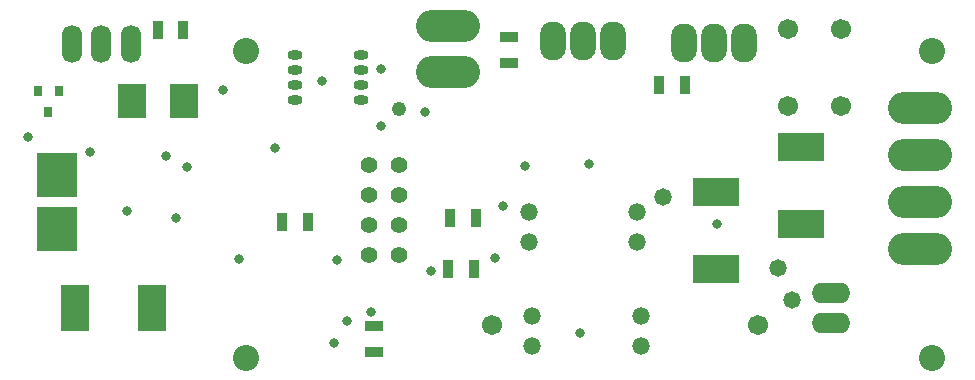
<source format=gbs>
G04*
G04 #@! TF.GenerationSoftware,Altium Limited,Altium Designer,21.6.1 (37)*
G04*
G04 Layer_Color=16711935*
%FSLAX23Y23*%
%MOIN*%
G70*
G04*
G04 #@! TF.SameCoordinates,C1C5D9C5-2355-4A3C-9FD6-11C0A888820F*
G04*
G04*
G04 #@! TF.FilePolarity,Negative*
G04*
G01*
G75*
%ADD30R,0.059X0.036*%
%ADD32R,0.097X0.157*%
%ADD36R,0.036X0.059*%
%ADD42C,0.055*%
%ADD43C,0.087*%
%ADD44C,0.067*%
%ADD45O,0.213X0.108*%
%ADD46O,0.068X0.126*%
%ADD47O,0.128X0.068*%
%ADD48O,0.087X0.130*%
%ADD49C,0.032*%
%ADD69R,0.134X0.148*%
%ADD70R,0.157X0.097*%
%ADD71R,0.093X0.116*%
%ADD72O,0.051X0.031*%
%ADD73O,0.059X0.057*%
%ADD74R,0.028X0.032*%
%ADD75C,0.058*%
%ADD76C,0.048*%
D30*
X1291Y256D02*
D03*
Y169D02*
D03*
X1740Y1134D02*
D03*
Y1220D02*
D03*
D32*
X551Y315D02*
D03*
X295D02*
D03*
D36*
X1071Y602D02*
D03*
X984D02*
D03*
X1539Y445D02*
D03*
X1626D02*
D03*
X2327Y1059D02*
D03*
X2240D02*
D03*
X570Y1242D02*
D03*
X656D02*
D03*
X1630Y618D02*
D03*
X1543D02*
D03*
D42*
X1273Y492D02*
D03*
Y592D02*
D03*
Y692D02*
D03*
Y792D02*
D03*
X1373Y492D02*
D03*
Y592D02*
D03*
Y692D02*
D03*
Y792D02*
D03*
D43*
X3150Y1173D02*
D03*
Y150D02*
D03*
X866Y1173D02*
D03*
Y150D02*
D03*
D44*
X1684Y260D02*
D03*
X2570D02*
D03*
X2670Y989D02*
D03*
Y1245D02*
D03*
X2847Y989D02*
D03*
Y1245D02*
D03*
D45*
X1537Y1102D02*
D03*
Y1258D02*
D03*
X3110Y670D02*
D03*
Y514D02*
D03*
Y826D02*
D03*
Y982D02*
D03*
D46*
X382Y1197D02*
D03*
X283D02*
D03*
X480D02*
D03*
D47*
X2813Y267D02*
D03*
Y367D02*
D03*
D48*
X2525Y1201D02*
D03*
X2325D02*
D03*
X2425D02*
D03*
X2088Y1205D02*
D03*
X1888D02*
D03*
X1988D02*
D03*
D49*
X467Y640D02*
D03*
X2007Y795D02*
D03*
X1168Y477D02*
D03*
X1480Y441D02*
D03*
X1316Y924D02*
D03*
X1793Y790D02*
D03*
X789Y1042D02*
D03*
X2433Y597D02*
D03*
X841Y479D02*
D03*
X1201Y272D02*
D03*
X1462Y970D02*
D03*
X343Y836D02*
D03*
X598Y824D02*
D03*
X1694Y482D02*
D03*
X1977Y233D02*
D03*
X1118Y1074D02*
D03*
X1282Y304D02*
D03*
X631Y618D02*
D03*
X138Y886D02*
D03*
X669Y787D02*
D03*
X1313Y1113D02*
D03*
X1157Y201D02*
D03*
X1720Y657D02*
D03*
X961Y850D02*
D03*
D69*
X236Y580D02*
D03*
Y759D02*
D03*
D70*
X2431Y446D02*
D03*
Y702D02*
D03*
X2716Y598D02*
D03*
Y854D02*
D03*
D71*
X484Y1008D02*
D03*
X658D02*
D03*
D72*
X1028Y1011D02*
D03*
Y1061D02*
D03*
Y1111D02*
D03*
Y1161D02*
D03*
X1248Y1011D02*
D03*
Y1061D02*
D03*
Y1111D02*
D03*
Y1161D02*
D03*
D73*
X2181Y190D02*
D03*
X1819D02*
D03*
X2181Y290D02*
D03*
X1819D02*
D03*
X2169Y537D02*
D03*
X1807D02*
D03*
X2169Y637D02*
D03*
X1807D02*
D03*
D74*
X170Y1039D02*
D03*
X205Y969D02*
D03*
X240Y1039D02*
D03*
D75*
X2686Y342D02*
D03*
X2638Y451D02*
D03*
X2256Y685D02*
D03*
D76*
X1374Y979D02*
D03*
M02*

</source>
